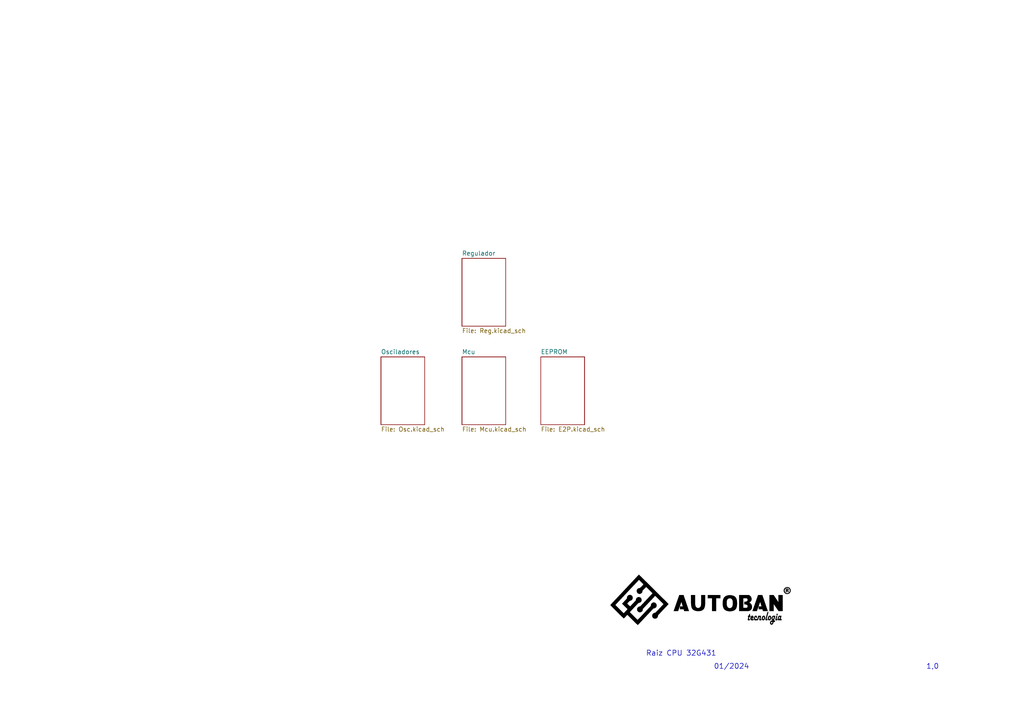
<source format=kicad_sch>
(kicad_sch (version 20230121) (generator eeschema)

  (uuid 4e4d72d5-dbdc-4a76-9ce2-f5a97f8267d2)

  (paper "A4")

  (lib_symbols
  )


  (image (at 203.2 173.99) (scale 0.453205)
    (uuid 8cd68e6e-74b0-48fb-a2f5-adf7591a129d)
    (data
      iVBORw0KGgoAAAANSUhEUgAABWAAAAGGCAMAAADCe9hjAAAAA3NCSVQICAjb4U/gAAAABlBMVEX/
      //8AAABVwtN+AAAACXBIWXMAAA50AAAOdAFrJLPWAAAgAElEQVR4nO2d25bkRq5DXf//07PaM2NX
      6hIBkmBISu39Vp0KAGQq4Ha755y//gIAAAAAAAAAAAAASPDz83N1BACA7+SHhgUAaOHnh4YFAOjg
      54eGBQDo4OeHhgUA6ODnh4YFAOjg54eGBQDo4OeHhgUA6GDbrzQsAICHfb/SsAAADo76lYYFAKhz
      3K80LABAlbN+pWEBAGqc9ysNCwBQYlSwNCwAQJ5hv9KwAABpJv1KwwIAJJn2Kw0LAJBC6FcaFgAg
      gdSvNCwAQBixX2lYAIAgcr/SsAAAIQL9SsMCAAQI9SsNCwAgE+xXGhYAQCTcrzQsAIBEol9pWAAA
      gVS/0rAAAHOSBUvDAgBMyPYrDQsAMCbfrzQsAMCISr/SsAAA59T6lYYFADij2q80LADAMfV+pWEB
      AI5w9CsNCwCwx9OvNCwAwBZXv9KwAACf+PqVhgUA+I2zX2lYAIB/UYuThgUAiKHXJg0LABAhUpo0
      LACATqwyaVgAAJVoYdKwAAAi4bqkYQEAJBJlScMCAAikqpKGBQCYkixKGhYAYEK6JmlYAIAhhZZU
      G5aKBYBXUqpIChYA4JRiQ6oNS8UCwOso1yMNCwBwiKEcaVgAgAMs1UjDAgDsMBUjDQsAsMFWizQs
      AMAHxlKkYQEAfmGtRBoWAOAfzIVIwwIA/A97HdKwAAD/xV+GNCwAwB86qpCGBQDo6VcaFgCgq19p
      WACAvhKkYQHg3XRWIA0LAG+mtwBpWAB4L931R8MCwFvpbz8aFgDeyYruo2EB4I2saT4aFgDex6re
      o2EB4G3crl9pWAD4Em7YrzQsAHwFt+xXGhYAvoCb9isNCwDPZ1XbhQuWhgWAh3PffqVhAeDZ3Llf
      aVgAeDL37lcaFgCey937lYYFgKeyrOPyBUvDAsAjeUK/0rAA8ESe0a80LAA8j6f0Kw0LAE/jOf1K
      wwLAs3hSv9KwAPAkntWvNCwAPIen9SsNCwBPYVmp2fqVhgWAZ/DEfqVhAeAJPLNfaVgAeACL6kzv
      TRoWAEY8qAZu16/8/5oFgFOe1QSLqizWmbGnAeAlPK0KFhVZtDGjzwPAC3haFyyqsXhfxk8AwHfz
      uDJYVGKZtsycAYCv5XllsKjCcl2ZOwUAX8nzymBJgak9uTfKngOAr+Ps0t+3DJrrS+3Hc6P8SQD4
      KkYX/p5l0FpeajeOjSpnAeBr0JtidbIzWqtLbcaZUe00AHwFkaZYm+yMzuJSa1Ewqp4HgOcjXPR7
      lUFnbcmtqhjVFQDg2Xxc87Obf6cu6CwttRJFI4cGADyXj1t+fvXv0wWdlaUWomzkUQGAh/Jxx8/v
      /m2qoLOx1DoM+Lh0AOCBfN7wwd2/SRV09pVahiEfnxIAPI3P+z26+vdogsa2Uqsw6OPUAoBH8Xm9
      R1f/Fk3Q2VVqE0Z9vGoA8Bg2t/vjp5PPriyCzqZSezDu49YDgGewudufPw4/vILWnlJrMOHjVwSA
      B7C52p8/Dj+8gNaWUksw5dOhCQA3Z3uzP388+fCqGujtKLUDcz49qgBwZ7b3+vPn8aeraW4otQKT
      Pl26AHBbttf64+fdnb+0BJr7SS3AtE+fMgDck+2tHl/5Kzugu53U/sv7dGoDwA3ZXurxhb+wAtq7
      Sa2/gk+vOgDcje2dHt/26xqgv5nU9qsYNcsDwL3YXunxXb+sABb0klp+JaN2AwC4EdsbPb7rV93/
      Fa2kdl/Nqd8BAG7D9kKPL/tF139JJ6nVV7RaYAEAN2F7n3/9fHDXr7n9axpJbb6q1woPALgF2/v8
      +8fdXb/m8i8qJLX4ylZrXADgBmyu88eP26t+zdVfVEdq79W9FtkAwOVsbvPHj9urfsnNX1VGau0Z
      zFb5AMDFbG7zx0/bm37FxV9XRWrtLfzdsmEqALiQzWXWf1ocr7+I1NZb+dvluhMAXMmoRD8v+gW3
      fmUNqaVn8VtoBQDXMSrRj88uuPRrS2hp6S01A4CrOGzRzWfbxxYnW1NBaztvrRsAXIN4ldff+OUF
      tNaQhgV4A9JVfkG/fvfvmAHgEpSr/IZ+1TwX29GwAA9nepcvuOzXVM9iRxoW4AVM7vJr+nVuu9qP
      hgV4PqPLfMVFv6x2VjvSsAAv4Ow6X3PNLyyd1Y40LMALuNMlv7Zy1jpqsy5cPgA0cJ8rfnXjrDQU
      Z125fgBo4Db3+/q+WeYX6FcaFuDZ3ONy36JtFtmFCpaGBXg2N7jad+maFW6xfqVhAZ7O1df6Zk2z
      /E8ibjI3AHRx4Y1+U8/E+/VbJgeAK3hTy2T69VtmB4D1vKljcv36LdMDwGre1DDZfv2W+QFgLW/q
      l3y/fssGAGAlb2qXSr9+yw4AYB2ubnlCDdX69dajAcANsTTLQ4qo2q/3HKwttVU2riV+JWmSW+nh
      ZmP1uDhU18zvQ/rO1P+3jDee8w/arI/6+v7QFtoqG9cSv5E0ya2ch3PrXTOZFucy1QXDO5G+r3Hm
      Zwz6l+sdvnqKPW2ZrbJxLfELSZPcSs//caabzKan6ZE1aGSCtSEschb5KaPaXuGr59jSl9mqGteS
      vo0CDRvJS99guFiaq2SbJ/ciDDyL/G2zFtdxAX2RrapxLenLKOBeR0n++vGCaa6SbZ3bjDDvLPHX
      DVtdyHr6EltV41rSd1HAuouqgXu4oH0iTJNuWSORqwtpj5V+vdG02qwiVw/zm8bEVtG4ljZZHuMm
      6h7GueLmqTAX6fZNbUcat9avtxlXnFV77DZT/aExsFU0rqVNlse2B4eLaaaUdy5Ll3BVIzNxC/U1
      Ova1Bn1W7cl7TPU3jXmtonEtbbI8pi14fAzzZK2zWbqEixq5mf0YhjWsaw2BWbVH7zHWHzrzWjXj
      WupoWTxLMDk5bHLO6SzXCPeM7GfFqHcZOJbzMWP9jZiWgs3FX2ZlMko4p6O0Kdc0EhM34FihY10r
      CMYUx7p+rr/pTGvVjGupo2UxbMBn5nMKGheitCmXNOIDN+BYoLqtqycOh3zIXH8jfwkdv5VxipVm
      y1FfgNHNaRXxrUS5RLlhYD+W/Tm2tYBMxkcM9jfyl0DBhuMvtTObyb6VJFHl1xSsZX3ysq6dOBfx
      CZNFguayWiXjWvpsOYrTe/3sbqJvKUlQ2fK22kP58SxPX1b4f9GSHy2b0nZuMYEvoeHfFZ1ixeEy
      1IY3GzbYKba1JEFli7Q9lB3T7hzLGinWhoyFtJ5cSeBLoGBD8Vc7tvjNbWtBQsIx7bxGNJQb1+oc
      yxrLVSettaRxtj7EkMmkVsW4VmS4DKXZ3ZY9fjPXapCQsud1dWdy41qcY1dTtSWznrnYhutDjJhN
      ahWMa8Wmi1MZ3e7ZZTg0LQcJKXu03ZnM2PZmWJUi1j9r+Z2vRCwiJswGtQrGtWLTxSlM7vdscxy6
      VnMEhMPiWY1gJi++tRlWJWl1z2q4ZvmIRcR86ZxWwbhWcLww+cEbTBstGws2+E45tM2RvBi3Vt+U
      KHXlrJ752hDjpXNa9eJa0fGi5AdvcO20fGjBJv/bSCySFefSyouSlVqH9UyZjFhFTJeOadWLa0XH
      i5Keu8O11VP/pvqUE+o5jVAiK9aVlRelCzUO6xozFbGKmC2f0qoX1wrPF8S2V4ftFZ6OGLJyRj2l
      EUpkxbqx6p4COpfOahixCzFaPqVVLq4Vny+Gb68G2ys8HTFkZZe6N5ET78KKawrJXDprfcYuxGT5
      kFY5//7M06qye4/QieS/+dbitswek07JZzQigZyY11VcU1OqDtX6kD2IuQoZrXL+9ZmnVWWP9eVT
      7oLVvN2zh5WT8gmNSCAj5m0VtxSUecSswZBlxFiFjFY1//a8w8qyp+LawZNgpWFyloUJwspp/bhG
      JJAP87JqO4rrXDnrXRtW3V0+olXNvzzvsKrqSFo621CwrtYR82eks/pdo5oxr6q4o7jOhbNGcoZE
      i8i7ywdcucNYMn88WXUoLBw+EagNU4iciJ+RTus3jerFvKnahjJC9ll7/oZ0TLSGvLt8wpViIa2G
      eKroTFc431Cwnl1I2XPSBYOoRiCPC/OiagvKCbnDyXrBqFHdPIHlZfOtFAtpNcRTRctVdyLR7Gqa
      Pa+dN4hq6HFcmNdU209SyRxOHjacNa6cI7C7dLyVYiGthniq6FR1KnAs0mzrmb2gXTAIauhxTJi3
      VFtPVsobTh42ETaj3RinEs86qn9t1niipiA6lThUqfoadqEEz2qXHGIaehwP5iWVlpPXsoaTh02l
      zal3pamks07q35o1nqipiE41vqxg+8rjSN+XxoN5RcY/IPAXrFOrEDer35GlFM46qH9p1nhGzZnG
      oU7VeFHutHjJIaQhp7Fg3pC1X90Fa5Sq5c072KOUwlnn9O/MGk+TtP2D3j5MPbaQuqBes4hoyGkc
      XLwho9r6WQuBKx7WILVs1jH9K7PGc0rOVI6Eqs713ELqinzJIqKhhnFg3o+5Xy8pWHnWUuKaiy9H
      LZt1Sv/GrPGskjMZCjbvYAtjwLyeK/t1HtI8azFz1ccUoxbNOqR/YdZ41pCzZAdS1WHKwYXMFfmq
      h66hhqlj3o67X72/gTXPWg5ddzKEKCazzujflzWeN+Qs2uKC9UQuGtQ8dA0xSx3vbqLbMQt6tORZ
      DakdXtUMxWTWEf3rssbzKs6EKNi0hStLGe9q3P9CbxY0z2rJ7XErRSgGs07o35Y1njfjLJq9YMu5
      54mrDlUTVUPMUsa6Gf/fWbX+htg8qym5yy8doJrLOqB/WdZ45oyzbF9WsC13/tjCFKWMcy+y3EV/
      oGuOZsvuc8z5V3NZ5/PvyhrPnHGWzVuwhtjTwAYPy2+TTVGqONciy1n/HUoXdmfzpXd6Juyrsazj
      +VdljWfOOMt2t4Kd5q3Ec7nkNtuCcyuyXF+/DpXd2Zz5va5B83Iq63T+TVnjCYrObM6CdaxhmreQ
      z+aS22wHxp3oci/q12sbNrq9dCrrcP5FWeMJiq3h8sM4tjBzn7PERtKQktTQ0xrlGvu18I/vcDb3
      DH5nCrYjnqBoDbdVyw4T9Umq3MTGNnAJOatT7mX9emHDhteXzmQdzb8mazxB0RrOUrBTk0V/OKoa
      OUwsQUrIUW+tp2mXBQrU0/f61jNZJ/NvyRpPULSGKxfs1CCQWdOqOzlcLEEqqEHvradplwVK1PO3
      2tYjWQfzL8kazx1xFi5ZsFPZVOSgatrKYuMIUkCNeW89TbssUKQ+QaOpIZF1Lv+OrPHcEWfhVhSs
      L6zJzeHiyFFATHlzPU27LFCmPkOfpyGRdSz/iqzx3BFn4RYUrC+ry85jVM+Rx53BPZJzXe5ZM9Sn
      aHC0/bcP61T+DVnjuSPOwvUXrDGr9E55jOroc8dxR3BP5NyWe9Yc9Tn8hspDFi9n8IZVuAWt4boL
      1prV9Q9tOX2FyORB3AncA1l3ZQmXmSI3U1Y/4Wf76zvWmfz7scZzR5yFay5Ya1Ttr0d9f8G6A9jn
      cW7KES4/SWKonHrCTX6qbOZM3rALt6A1XG/BeqNSsJH0Zj1/QEnYoFEbJj5WSjxhpj3mMHMmb9iF
      W9Aa7lG/gxWdDU4GIqN71xSzt0/jXFFdpz5PeLCMdsIr8FjRzJm8YRduQWu49v/I5UtKwQayX6Zn
      raGykmOg8GgZ6bhT6LmamzN6wzLcgtZw9/lbBKqUwTGQPo86dwy3uX0Yp2BZyjNSeLj6dy97WLJY
      x/GvxhrPHXEWrr9g1cCqjsEwlD6L/h1FMHvbZ3EKlqVcQ/WMV/QJPlhxc0ZvWIZb0BpuKyc+PZeN
      JpZlDH6x9ElCX5OK2do+ilOwLOUbq2fAkkv4yYKdM3t8GRSsgCOo752Kpk8R+ppEzM72SZyCZSnn
      YD0jVkzCTxbsnNnjy6BgFeo5fxKP5s3qhL4mDbexexKnXlnKOlnTkHmPSJyynzN7dBXCiG5Ba7hV
      BWvovMSjebM6oa9Jwu5rHsWpVpdyTtY2Ztoh9WzW0Bk+ugthRLegNdyygp3EjgisMKsT+poUGmyt
      s6zX6lVYMmjWIPVs1tAZProLYUS3oDXcuoKtXofkw0m3OqGvSaDF1jiMM59ByxlnpbamHwtTNXSG
      D65CmdAtaA234q9pCblDx4tezyzYJlfbNM58Bi3bXN2z5uTTT6ccnemDu1AmdAtawy0s2OJ/kQg9
      PF5SKn2U0Nc0pc3UNI4zn0NLHavjwueVZf300ylHZ/joMjoknXqzcCsL9jx58GzFSluK4FBKEKXR
      0zKPM9/CPGqktlmTBtE8RUdj+OAqpAHdgtZwyYKV5bXkwbMVK20pgkMpQZBWS8NAznwWLXUm/+1M
      60YMSs8nLH3po8swp/NnnIUrFqzmMY0ePFmxEpeiWOQDBGl2LE/kzOfRUkdSU/XMmnYoPZ+w9KWP
      LsOczp9xFs5RsJLP6Hj4YNpJX4pgkQ8QpNuwOJJzISYtdSI1VsusaYfyiainL35wGe50/oyzcK6C
      FV+99NHigfhSBIt8gBj9fqWZnPtwaakDqbk6Zs1blE9EPX3xg8twp7NnnGUzFmzhX9ztKatJVY+k
      f4wVhhUPZzqTljqOHiykG5HMeJRPRD198YPLcKezZ5xlcxZs+ptOHEs6qadVj6R/kBWOeQ9nNpeW
      Oo2ezD9r3iKTqmhqyx9dh5LuSsHw5kreU7dHFWyxYYebirHCMuvhjGaTUoeRk5nz1TwsZ2IKtvyx
      ZbjD+UPOsnkLNvmPwumh1CtV+eNi3SRjH2eFZ87DGcwnpc4iRzPnK5nkgtVcbfGD22jS9AnOsi0v
      2NzrYToU3YpgkrFPsMI04+GMtVwqIGjOVzLJJavZ2vIH19GkuWxce8Fmfgs7D3lVwZYadrapGCtc
      46M5QznnkyeRFRf1a/K9LgezjdWxHls4v+JM6CEFm5pskFU+qbiE3XOssI3O5oxknU4exC4pqhVs
      suFqtqb8wW1o4S5UnO7tBgU7z3hdwVYadrapKCt8Y8M5A1lnk8fQNa1iJZtsupqvKX90H02irnHv
      WLCuvxCQPKadDdlE3bOsMI5M54xjnUwewp2v/p1nParZXJO1LKhBdNG4B0pV57BjIqN67jRs4KBi
      EzPPs8JZH88YxjuYPIKuac1XM8oHrBl74kf3IaleJzmdl4KdHlR8QuYFVlin501GcWplBjBKavmK
      Rk0vpGc4j0pUtUHS9s9d+zBhS+GAMEcsbOig27zCCu/svIkgTq1sfJ+klq/qdFXBWhbVs5UGye8p
      WCWj8Ewsbeic2bvGCvPswNEYTq10eJ+klq9q1fWHVpb5HBoJ2QZJ24thHyZqqWQUnomljZ3zehdZ
      4Z4cOBbCqVWIbpPU8pWt2v6rgGFCg0RKt0PT9WbYh4laKs8rg4TS2jMGvKussM8NHIng1GqWdear
      W11YsLMZywJZ4Q5N0389sA8T9ZSeFx6KxQ0ec1rXWeGfm1gP4NQqxXZpavnqXqkhpZTlKavn88od
      mnNZQYGCFY8ZrQ2sCJCaWLZ3apVCuzS1fAav1JRSzKpA1b8g3SI601Xm9Rds2FN6XFENxQ0f81k7
      WJEgM7Fq7tRq1rXmq5ulphRz1hTq/vlkLaITYWneI4HaMFFT7XFFNZQ3fMrm7GFFhMzImrVTq1nX
      ms9glhpTTFpSKLtXkrWIjpWl0/6CDZtqj0uykbzxUy5nEysyJEaWjJ1azbrWfA631Jxi1IKGwb2S
      rEd1JC0O7C7YuKn2tKYbyJs4ZXJ2sSREfGbB1qnVrGvN57DLDapmzYpYzCvBelTPtdWBU4ergT8U
      xKdV5Zmd7lvZ6sjYx4oU4ZEFU6dWs641n8UuN6maNiVj8i5tpkf1VL02sX46Scysnik1pGMx4W88
      xooY4Znnlk6tXllrPo9falQ9bkm56F3J1SR7aFCeOCSQIWZWz5Qa0rGZ3LeusyJHdOapoVMrL+uT
      FPN5DFOzBvKWlGvWpVxNsj0Tr3RVn7YZysaO1SS/dp0VQYIzT+2sYklVo6QWz2WYGTaUuCZdcS7F
      6tJtmbjbNFawjkyZIR2ryX7tOiuSBIeeuTm1OvfgVzQ4xqZNJK5JF4xrq+nSbZm42TTzJwR3KdiO
      3yjVWBElNvSN+7Vh6Ihk3TKWLRW5pl0wLqVqE+6YuNcz9ScE1UyJIR1fSPprD7AiS2ho6wV25usY
      OaRZt4yFS4Uuamdti7tpE+6YuNXzJ1iwnkyJIR3LSX/tEZaE8Q3dsMCG+a35fJ6xdLnURfGka3E3
      fcoNEzdabmz1p42moqBjO+lvPcSKNL6Z/ftrmN6az2cajJeMXVRPutYy9Sk3TNxoubHVnzaaioKO
      byT7pQdZEcfmEVjfdf+xv0PT4BmLlw5elc94FiM1SvsnbnPc2epPO101Qcd6Ul94ggV5bA7u9XVM
      3qFpMA3mSyevyicsq8vp1LZP3GS4tw08bvWVBB37yXzdKdoD+fT17UlpOwZvkLS42sI7NGJ0L6dV
      3D1xi9+Rby1mLG/4kGNBSnoPzYmM6vLynHINw4YkPa6+9BaRAO3b6VU3j9xhd2hbShnMGz7kWJAU
      30NvJKO2vDzj74evmtVra4zvUZEprkbI0yzvHdnvdmxbjBkMHD3j2JAW30NnJqeymlMSbBi5QdLk
      axzAJCNSWYuYplvfOrHZ7NS3mjMWOHrGsSIxvwcxUyKUVVeNqSg2DNwg6fJ1TuDSMXmVw7QbOCe2
      eg2My0FDgaNnHDsS85vQMsVTeVXVlIJkw7gNki5j6wg2IVvsWpZ+B+PIRquRsSFpKHHwiGNHan4T
      WqiL/86SGnKu2TBsg6TN2DqDUcqTuphkhYdtZJfRxNeQNJQ4eMRv2Y8UKpjLLalmfFW/OgvW+mpq
      G6lnruZYYuIa2eIzN7ZkDSQOHnF4ygO4kBYRCmYXdP0dDHuuS/+1xGnrnUJbSveqFjlVhtVzlF0k
      Z1daPXLshMNSH8CFtIhAMrNcJKLjPzNGct27Xy8r2HwfhLdQyLDMyJGi5CE72+LKkWMnHJ6BCVxI
      m5CjWcWcCS/LFZJ0ersncefr3dNCu/is0Qxph5CzMfA1BeudwIa0CjGbUcqr2pCrZ1abuX0Uf8TO
      La01DM0aD5CQj1t7M8eTGNytE/jQduEZMDdlWbUhV9esLnP7LE05L/ozlOWGFfeQdtbbnDqcxWHv
      HcGGtAshnUkmKVwO5o/U9oW6jVtnWb+esWmfc9caJd2itzt5OI/F3jqCD2kZ03gWkbT02mCNs34v
      /13Jty+F9wF2iH1h+Nfw5DtWkW0I1jorfAO8CfALsTEGL0pz5+RlG4I1zwoAX4bYGeel0d05aVl/
      ME2RfgWA/yO2xllt9HdOUtYfTFOkXwHgX8TeyP4l5XrppFT9uVaMCvACXnZPxObI/a/sLKUTF/Xn
      WjQqwLfzupsidkfq/0yEaZVBTX+udaMCfDUvvCpie2x3kjxWD+mZJ2nePynAF/PGu5KqSvXQ8l36
      Q91zToAH8srLkqhK9cjyZfoj3XFKgEfy0tsSrkr1wPJt+gPdb0aAp/LW6xKsSvXx5dv05rnliADP
      5bX3JVQkgeJZu09nmDvOB/BoXnxhAlUSqp6VC/VFueV4AA/nzfdF7pJo+SxbqS3IHYcDeD6vvjDh
      WrlZCdly3G80gK/g3TcmXCy3qiFXitsNBvAlvP3KxLvlPkXkynCzsQC+h9dfmXi73KWKXAluNRTA
      V2G8Mw+9efF+uUkZmfzvNBLAd2G8NI+9e/GGuUUdmdzvMxCAlTu8rL5L8+DbF++YGxSSy/sm4wCY
      ucXrars1j75/4ZK5vpJczrcYBsDPLd5X27V59gUM18zVpeTyvcEoAB3c4oX13ZuH38Bw0VxbSzbX
      qwcBaOIWb6zv3jz9Ckab5tJisnleOwZAG/d4ZX0pHn8Ho11zYTX5HC8cAqCTe7yzvhTPv4TBsomy
      OmjHzL4ZAHq5xTtrDPEFlzDYNv+Mu7idjG7xWQGewS1eWmeIO8xTJNg3/4y7tJ+cXolZAZ7APd5a
      a4jrxykTK5x/x13YUFanzKwAD+AWb6357lw9joFQ48T/HyKuCtgybj08wCpu8dbeIsS9yFbOopIy
      uySHBbg593htbxHiZmQrZ0lNuU0Cw/KSwEMYvbmDV/n4o39/cXb04LPjuzO6Tz+ffpuPJo8fS96O
      ZOMs6Cm7hTpqNTjAMs5f3cHbfPbJP782uAenqoe/PLpRvz/aPDNTetAd1frm5J8miXPtwcqKxdwA
      6zh/dQev8+kn//+184sgqGpPf/4DYPvI/sTP6PFbc/AV7cmeyy+hQV6ULMUGWMnpuzt4n08/mV+E
      0Yf7X4xIfTwxlToSvC2H2YVRlHPpLXSIi5qF1ABLOX13B+/z+UfTmzD6cP9rManfD8yldnp35jj9
      fJL5ufwaOqTFvOnMAIs5e3cHb/TgXZ9dheGnc6Op1e5PN8ZPP+eWnuSfDjI7l99Dj7CYNxcZYDkn
      7+7gjR6869OrMPxUkZtYbQtWfPwBnAwwnWN8Lr+IS2VT0gAXcPLuDl7pwcs+uwvap9LTY6tosCdw
      MsNsjsGxwipaRPW0KW2ACzh8dQev9Ohln9wF7VPp6ROnby7Y8/JJHivsokEyFPZpXx28mKM3d/BO
      D9722WXQPpWe/vh5/On2gQPrhzBZb/BYVCas6JzRIw5wBbu39vM9/vj046PNuZ/DD2e/jTz5Xefw
      6c3ZidRfJ4cfd0tH64seywiF9IwjusQBrmD31n6+x4c/7Kv3tMd2qpvfSB4dnjw9NI5+/CB+9iSP
      HZEPkRdbrA6wnt1b+/kLv3/6Ofxoc+zg3ODjxNPbe3Z2Vvv4SSSbZnfsGKOWcUSrOsBqdq/t4K3e
      PPrx01bn5MeTnos8PVZSfwP7yGt68J0kjp1hU/JNaFYHWM3utR281ptnD374OWnM6wv2dN5HkWya
      k+90i0mnMJ9iUZIHWMvutR281ZtHP37a6GxlT23CT589+4qCzf4tiOMv9fhbrqoUplNMivIAS9m9
      t+ev9fbR3z9s3//DZ49swk9Pnj0Jcj5BvyIAAAPTSURBVD7vw0gWzfG3evg1FzUKsyk2ZXmAheze
      28F7ffTs7tjhjwe19vErkae3H07Onjz93IuazH/yvR59z20K9ah1cYCV7N7cwYs9ess3n20f3R8d
      KQ+fnkiHgzyOZP6Tyjr8pjvOO6I6xAEWsnt1By/26DXffLZ9dH/096+Enp48Gw7yPJLxT2vr6Ls2
      n/ZkNYkDrGL/7g5e7MF7Pnt0f/T3r4SeHj87kXr1XT1urbNv23fWFNanDbCI/cs7eLEHb/rmo/nR
      j1/Yfjp8evzsROrdl3X/3R5iPWmK61UGWMP+/RVu2fyj3ZPDX9jdIuXpzScUrMKwHQdtlj0H8G72
      V2NwWYQLeCZy9sDp305Qnx49ef70a6tgVpHH68mdAng7B1djcF3Or9Lmg/1jm6OfP+4eDzy9OXsu
      NR7gNZy24yflMwDw18ENGdye+SenssNLmXx698OR85nUrzPvYrSQ493ETwDAHw7uyOgCnX6yuWSR
      o9GnR3+P7GCgE6XPU69iuJGD3USfB4D/cXRLBjfo7JPtLZOPJp4eFuzBrx9LfR57F8ONzFfKJgE0
      Dq/J4AqdfTK7k6dHDx8fP03BlhmuZLOcyLMA8JvDezK4Q+I1k48ePz5++vCzwUBK4Lcx3Mn8i2CP
      AArHF2VwibR7Jh89fnz89OFng4GUwK9juJQ4V48DcE8Ob8rgFmn3TD06CDG6xUFnJfHrGC0lzNXD
      ANyU46syuEbaRdOO5p4+DHH20Sxyz1afwGgrQa4eBeCunFyVwT06/GB70Y5lT+9l7Olh+R598Pkr
      Z6Jv4+CLzHH1IAD3Reup3x8efbK7acLR9NP/frT/320dn/r8lTPRt3HwHae4eg6AOzMpsYPPDj7Z
      HT+7gCe3Mvb0P4bDQ0f/wJiovguxQCdcPQUA9MAdr0G/AsAnXHUf9CsA/Au33Qv9CgD/g+tuh34F
      gL/hvjdAvwLAX0oVXJ3wkdCvAKAUwdURnwn9CgBc+S7oV4C3w53vg34FeDnc+UboV4BXw6VvhX4F
      eDPc+V7oV4D3cnC5uexW6FeA13Jwt7ntXuhXgLdy3q9cdxcULMBL4TewC6BfAd4JBbsC+hXglZz2
      K/fdCf0K8EYo2DXQrwAvZHu/ufBN0K8A72NzwbnxbdCvAK/jrGAvDfWd0K8Ab+PjknPlW6FfAV4G
      d34h7BrgZXDnF8KuAd4FBbsSVg3wKujXpbBqgFdBvy6FVQO8CQp2Lawa4E3Qr2th1QBvgn5dC6sG
      eBP061pYNcCboF/XwqoB3gVXfiUsGwAAAAAAAAAAAAAAAAAAIMN/AA0Bx0oX6i2oAAAAAElFTkSu
      QmCC
    )
  )

  (text "Raiz CPU 32G431" (at 187.325 190.5 0)
    (effects (font (size 1.5 1.5)) (justify left bottom))
    (uuid 63610fb2-138d-4ce8-86bf-d3e576b55539)
  )
  (text "01/2024" (at 207.01 194.31 0)
    (effects (font (size 1.5 1.5)) (justify left bottom))
    (uuid 6e5db169-211b-48b0-9d1d-46cec252a727)
  )
  (text "1,0" (at 268.605 194.31 0)
    (effects (font (size 1.5 1.5)) (justify left bottom))
    (uuid aec329a1-9620-4b66-a108-64b806074f58)
  )

  (sheet (at 156.845 103.505) (size 12.7 19.685) (fields_autoplaced)
    (stroke (width 0.1524) (type solid))
    (fill (color 0 0 0 0.0000))
    (uuid 0597d64a-05e7-4109-81f0-978aa3e72d76)
    (property "Sheetname" "EEPROM" (at 156.845 102.7934 0)
      (effects (font (size 1.27 1.27)) (justify left bottom))
    )
    (property "Sheetfile" "E2P.kicad_sch" (at 156.845 123.7746 0)
      (effects (font (size 1.27 1.27)) (justify left top))
    )
    (instances
      (project "CPU Stm32"
        (path "/0882ad57-6d26-4cfc-9dea-dd977232d729" (page "4"))
      )
      (project "CPU Stm32G431"
        (path "/4e4d72d5-dbdc-4a76-9ce2-f5a97f8267d2" (page "4"))
      )
    )
  )

  (sheet (at 133.985 74.93) (size 12.7 19.685) (fields_autoplaced)
    (stroke (width 0.1524) (type solid))
    (fill (color 0 0 0 0.0000))
    (uuid 3c7c638d-6e79-4a01-8651-6cf753228f77)
    (property "Sheetname" "Regulador" (at 133.985 74.2184 0)
      (effects (font (size 1.27 1.27)) (justify left bottom))
    )
    (property "Sheetfile" "Reg.kicad_sch" (at 133.985 95.1996 0)
      (effects (font (size 1.27 1.27)) (justify left top))
    )
    (instances
      (project "CPU Stm32"
        (path "/0882ad57-6d26-4cfc-9dea-dd977232d729" (page "5"))
      )
      (project "CPU Stm32G431"
        (path "/4e4d72d5-dbdc-4a76-9ce2-f5a97f8267d2" (page "5"))
      )
    )
  )

  (sheet (at 110.49 103.505) (size 12.7 19.685) (fields_autoplaced)
    (stroke (width 0.1524) (type solid))
    (fill (color 0 0 0 0.0000))
    (uuid a7484047-0327-4646-bb8d-d79b1e2bada5)
    (property "Sheetname" "Osciladores" (at 110.49 102.7934 0)
      (effects (font (size 1.27 1.27)) (justify left bottom))
    )
    (property "Sheetfile" "Osc.kicad_sch" (at 110.49 123.7746 0)
      (effects (font (size 1.27 1.27)) (justify left top))
    )
    (instances
      (project "CPU Stm32"
        (path "/0882ad57-6d26-4cfc-9dea-dd977232d729" (page "3"))
      )
      (project "CPU Stm32G431"
        (path "/4e4d72d5-dbdc-4a76-9ce2-f5a97f8267d2" (page "3"))
      )
    )
  )

  (sheet (at 133.985 103.505) (size 12.7 19.685) (fields_autoplaced)
    (stroke (width 0.1524) (type solid))
    (fill (color 0 0 0 0.0000))
    (uuid c276e359-996b-43e7-b0a0-b77cdf843b15)
    (property "Sheetname" "Mcu" (at 133.985 102.7934 0)
      (effects (font (size 1.27 1.27)) (justify left bottom))
    )
    (property "Sheetfile" "Mcu.kicad_sch" (at 133.985 123.7746 0)
      (effects (font (size 1.27 1.27)) (justify left top))
    )
    (instances
      (project "CPU Stm32"
        (path "/0882ad57-6d26-4cfc-9dea-dd977232d729" (page "2"))
      )
      (project "CPU Stm32G431"
        (path "/4e4d72d5-dbdc-4a76-9ce2-f5a97f8267d2" (page "2"))
      )
    )
  )

  (sheet_instances
    (path "/" (page "1"))
  )
)

</source>
